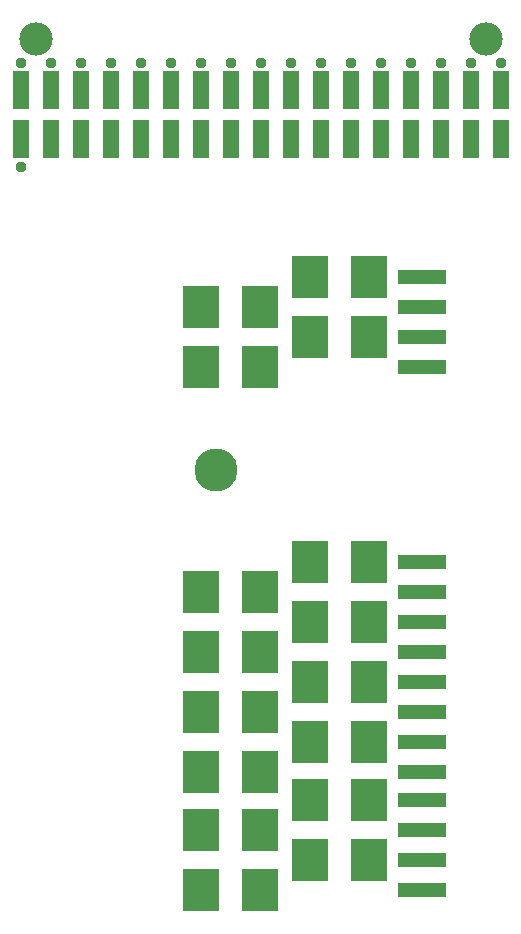
<source format=gbr>
G04 DesignSpark PCB Gerber Version 10.0 Build 5299*
%FSLAX35Y35*%
%MOIN*%
%ADD115R,0.05600X0.13120*%
%ADD126R,0.12411X0.14380*%
%ADD113C,0.03750*%
%ADD116C,0.11112*%
%ADD125C,0.14380*%
%ADD124R,0.16348X0.04537*%
X0Y0D02*
D02*
D113*
X63100Y280571D03*
Y314935D03*
X73100D03*
X83100D03*
X93100D03*
X103100D03*
X113100D03*
X123100D03*
X133100D03*
X143100D03*
X153100D03*
X163100D03*
X173100D03*
X183100D03*
X193100D03*
X203100D03*
X213100D03*
X223100D03*
D02*
D115*
X63100Y289655D03*
Y306151D03*
X73100Y289655D03*
Y306151D03*
X83100Y289655D03*
Y306151D03*
X93100Y289655D03*
Y306151D03*
X103100Y289655D03*
Y306151D03*
X113100Y289655D03*
Y306151D03*
X123100Y289655D03*
Y306151D03*
X133100Y289655D03*
Y306151D03*
X143100Y289655D03*
Y306151D03*
X153100Y289655D03*
Y306151D03*
X163100Y289655D03*
Y306151D03*
X173100Y289655D03*
Y306151D03*
X183100Y289655D03*
Y306151D03*
X193100Y289655D03*
Y306151D03*
X203100Y289655D03*
Y306151D03*
X213100Y289655D03*
Y306151D03*
X223100Y289655D03*
Y306151D03*
D02*
D116*
X68100Y323100D03*
X218100D03*
D02*
D124*
X196850Y39350D03*
Y49350D03*
Y59350D03*
Y69350D03*
Y78741D03*
Y88741D03*
Y98741D03*
Y108741D03*
Y118741D03*
Y128741D03*
Y138741D03*
Y148741D03*
Y213717D03*
Y223717D03*
Y233717D03*
Y243707D03*
D02*
D125*
X128092Y179353D03*
D02*
D126*
X123257Y39350D03*
Y59350D03*
Y78741D03*
Y98741D03*
Y118741D03*
Y138741D03*
Y213717D03*
Y233717D03*
X142943Y39350D03*
Y59350D03*
Y78741D03*
Y98741D03*
Y118741D03*
Y138741D03*
Y213717D03*
Y233717D03*
X159507Y49350D03*
Y69350D03*
Y88741D03*
Y108741D03*
Y128741D03*
Y148741D03*
Y223717D03*
Y243717D03*
X179193Y49350D03*
Y69350D03*
Y88741D03*
Y108741D03*
Y128741D03*
Y148741D03*
Y223717D03*
Y243717D03*
X0Y0D02*
M02*

</source>
